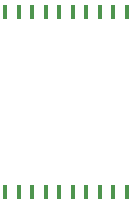
<source format=gbr>
G04 #@! TF.GenerationSoftware,KiCad,Pcbnew,(5.1.5)-3*
G04 #@! TF.CreationDate,2020-01-16T17:02:50-07:00*
G04 #@! TF.ProjectId,Igloo10,49676c6f-6f31-4302-9e6b-696361645f70,rev?*
G04 #@! TF.SameCoordinates,Original*
G04 #@! TF.FileFunction,Paste,Top*
G04 #@! TF.FilePolarity,Positive*
%FSLAX46Y46*%
G04 Gerber Fmt 4.6, Leading zero omitted, Abs format (unit mm)*
G04 Created by KiCad (PCBNEW (5.1.5)-3) date 2020-01-16 17:02:50*
%MOMM*%
%LPD*%
G04 APERTURE LIST*
%ADD10R,0.381000X1.270000*%
G04 APERTURE END LIST*
D10*
X110726500Y-57855000D03*
X111869500Y-57855000D03*
X113012500Y-57855000D03*
X114155500Y-57855000D03*
X115298500Y-57855000D03*
X116441500Y-57855000D03*
X117584500Y-57855000D03*
X118727500Y-57855000D03*
X119870500Y-57855000D03*
X121013500Y-57855000D03*
X121013500Y-73085000D03*
X119870500Y-73085000D03*
X118727500Y-73085000D03*
X117584500Y-73085000D03*
X116441500Y-73085000D03*
X115298500Y-73085000D03*
X114155500Y-73085000D03*
X113012500Y-73085000D03*
X111869500Y-73085000D03*
X110726500Y-73085000D03*
M02*

</source>
